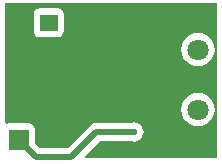
<source format=gbl>
G04*
G04 #@! TF.GenerationSoftware,Altium Limited,Altium Designer,18.0.7 (293)*
G04*
G04 Layer_Physical_Order=2*
G04 Layer_Color=16711680*
%FSLAX25Y25*%
%MOIN*%
G70*
G01*
G75*
%ADD30C,0.01968*%
%ADD45C,0.03937*%
%ADD46C,0.07087*%
%ADD47C,0.02362*%
%ADD48R,0.06087X0.05616*%
%ADD49R,0.06699X0.06772*%
G36*
X72738Y2262D02*
X28899D01*
X28708Y2724D01*
X33892Y7908D01*
X44179D01*
X44398Y7818D01*
X45220Y7709D01*
X46042Y7818D01*
X46808Y8135D01*
X47466Y8640D01*
X47971Y9298D01*
X48288Y10064D01*
X48397Y10886D01*
X48288Y11708D01*
X47971Y12475D01*
X47466Y13133D01*
X46808Y13637D01*
X46042Y13955D01*
X45220Y14063D01*
X44398Y13955D01*
X44179Y13864D01*
X32659D01*
X31888Y13763D01*
X31170Y13465D01*
X30553Y12992D01*
X30553Y12992D01*
X23051Y5490D01*
X13721D01*
X12056Y7156D01*
Y11724D01*
X11903Y12492D01*
X11468Y13143D01*
X10817Y13578D01*
X10049Y13731D01*
X3350D01*
X2762Y13614D01*
X2262Y13920D01*
Y53738D01*
X72738D01*
Y2262D01*
D02*
G37*
G36*
X8978Y7865D02*
X9008Y7740D01*
X9060Y7604D01*
X9133Y7459D01*
X9227Y7304D01*
X9342Y7139D01*
X9636Y6778D01*
X9815Y6582D01*
X10015Y6377D01*
X8623Y4985D01*
X8418Y5185D01*
X7862Y5658D01*
X7696Y5773D01*
X7541Y5867D01*
X7395Y5940D01*
X7260Y5991D01*
X7135Y6022D01*
X7020Y6032D01*
X8968Y7980D01*
X8978Y7865D01*
D02*
G37*
%LPC*%
G36*
X19808Y52185D02*
X13721D01*
X12953Y52032D01*
X12302Y51597D01*
X11867Y50946D01*
X11714Y50178D01*
Y44562D01*
X11867Y43794D01*
X12302Y43143D01*
X12953Y42708D01*
X13721Y42555D01*
X19808D01*
X20576Y42708D01*
X21227Y43143D01*
X21662Y43794D01*
X21815Y44562D01*
Y50178D01*
X21662Y50946D01*
X21227Y51597D01*
X20576Y52032D01*
X19808Y52185D01*
D02*
G37*
G36*
X66452Y43933D02*
X65013Y43744D01*
X63672Y43189D01*
X62520Y42305D01*
X61637Y41154D01*
X61082Y39813D01*
X60892Y38374D01*
X61082Y36935D01*
X61637Y35594D01*
X62520Y34443D01*
X63672Y33560D01*
X65013Y33004D01*
X66452Y32815D01*
X67890Y33004D01*
X69231Y33560D01*
X70383Y34443D01*
X71266Y35594D01*
X71821Y36935D01*
X72011Y38374D01*
X71821Y39813D01*
X71266Y41154D01*
X70383Y42305D01*
X69231Y43189D01*
X67890Y43744D01*
X66452Y43933D01*
D02*
G37*
G36*
Y23933D02*
X65013Y23744D01*
X63672Y23189D01*
X62520Y22305D01*
X61637Y21154D01*
X61082Y19813D01*
X60892Y18374D01*
X61082Y16935D01*
X61637Y15594D01*
X62520Y14443D01*
X63672Y13559D01*
X65013Y13004D01*
X66452Y12815D01*
X67890Y13004D01*
X69231Y13559D01*
X70383Y14443D01*
X71266Y15594D01*
X71821Y16935D01*
X72011Y18374D01*
X71821Y19813D01*
X71266Y21154D01*
X70383Y22305D01*
X69231Y23189D01*
X67890Y23744D01*
X66452Y23933D01*
D02*
G37*
%LPD*%
D30*
X7000Y8000D02*
X12488Y2512D01*
X24285D01*
X32659Y10886D01*
X45220D01*
D45*
X7000Y8000D02*
D03*
X17000D02*
D03*
X7000Y47370D02*
D03*
X17000D02*
D03*
D46*
X66452Y18374D02*
D03*
Y28374D02*
D03*
Y38374D02*
D03*
D47*
X30984Y18374D02*
D03*
X25959Y22657D02*
D03*
X41033Y18065D02*
D03*
X30959Y22610D02*
D03*
X61024Y29309D02*
D03*
X69504Y6460D02*
D03*
X41065Y21772D02*
D03*
X19260Y17585D02*
D03*
X8986D02*
D03*
Y43399D02*
D03*
X19260Y25527D02*
D03*
X18985Y32659D02*
D03*
Y38521D02*
D03*
X8986Y25527D02*
D03*
Y31821D02*
D03*
Y36846D02*
D03*
X45220Y10886D02*
D03*
D48*
X16765Y47370D02*
D03*
D49*
X6699Y8337D02*
D03*
M02*

</source>
